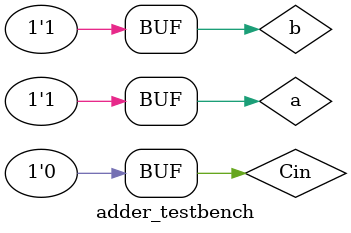
<source format=sv>
module full_adder (Cin, Cout, a, b, s);
	input Cin, a, b;
	output Cout, s;
	wire [2:0] w;
	
	xor x1 (w[0], a, b);
	xor x2 (s, Cin, w[0]);
	and a1 (w[1], Cin, w[0]);
	and a2 (w[2], a, b);
	or o1 (Cout, w[1], w[2]);
	
endmodule

module adder_testbench();
	wire Cout, s;
	reg Cin, a, b;
	
	full_adder dut (.Cin, .Cout, .a, .b, .s);
	
	initial begin
		Cin = 0; #10;
		a = 0; b = 0; #10;
		a = 0; b = 1; #10;
		a = 1; b = 1; #10;
	end
endmodule

	
</source>
